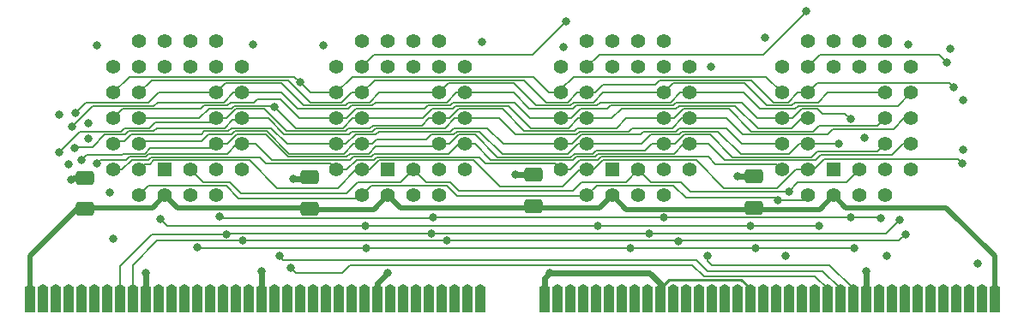
<source format=gbl>
G04 #@! TF.GenerationSoftware,KiCad,Pcbnew,7.0.9*
G04 #@! TF.CreationDate,2024-01-22T22:42:44+01:00*
G04 #@! TF.ProjectId,simm72_rom_2M55,73696d6d-3732-45f7-926f-6d5f324d3535,A*
G04 #@! TF.SameCoordinates,Original*
G04 #@! TF.FileFunction,Copper,L4,Bot*
G04 #@! TF.FilePolarity,Positive*
%FSLAX46Y46*%
G04 Gerber Fmt 4.6, Leading zero omitted, Abs format (unit mm)*
G04 Created by KiCad (PCBNEW 7.0.9) date 2024-01-22 22:42:44*
%MOMM*%
%LPD*%
G01*
G04 APERTURE LIST*
G04 Aperture macros list*
%AMRoundRect*
0 Rectangle with rounded corners*
0 $1 Rounding radius*
0 $2 $3 $4 $5 $6 $7 $8 $9 X,Y pos of 4 corners*
0 Add a 4 corners polygon primitive as box body*
4,1,4,$2,$3,$4,$5,$6,$7,$8,$9,$2,$3,0*
0 Add four circle primitives for the rounded corners*
1,1,$1+$1,$2,$3*
1,1,$1+$1,$4,$5*
1,1,$1+$1,$6,$7*
1,1,$1+$1,$8,$9*
0 Add four rect primitives between the rounded corners*
20,1,$1+$1,$2,$3,$4,$5,0*
20,1,$1+$1,$4,$5,$6,$7,0*
20,1,$1+$1,$6,$7,$8,$9,0*
20,1,$1+$1,$8,$9,$2,$3,0*%
G04 Aperture macros list end*
G04 #@! TA.AperFunction,SMDPad,CuDef*
%ADD10R,1.040000X2.540000*%
G04 #@! TD*
G04 #@! TA.AperFunction,ComponentPad*
%ADD11R,1.422400X1.422400*%
G04 #@! TD*
G04 #@! TA.AperFunction,ComponentPad*
%ADD12C,1.422400*%
G04 #@! TD*
G04 #@! TA.AperFunction,SMDPad,CuDef*
%ADD13RoundRect,0.250000X0.650000X-0.412500X0.650000X0.412500X-0.650000X0.412500X-0.650000X-0.412500X0*%
G04 #@! TD*
G04 #@! TA.AperFunction,ViaPad*
%ADD14C,0.800000*%
G04 #@! TD*
G04 #@! TA.AperFunction,Conductor*
%ADD15C,0.609600*%
G04 #@! TD*
G04 #@! TA.AperFunction,Conductor*
%ADD16C,0.508000*%
G04 #@! TD*
G04 #@! TA.AperFunction,Conductor*
%ADD17C,0.254000*%
G04 #@! TD*
G04 #@! TA.AperFunction,Conductor*
%ADD18C,0.152400*%
G04 #@! TD*
G04 #@! TA.AperFunction,Conductor*
%ADD19C,0.203200*%
G04 #@! TD*
G04 APERTURE END LIST*
D10*
X57375000Y-113921000D03*
X58645000Y-113921000D03*
X59915000Y-113921000D03*
X61185000Y-113921000D03*
X62455000Y-113921000D03*
X63725000Y-113921000D03*
X64995000Y-113921000D03*
X66265000Y-113921000D03*
X67535000Y-113921000D03*
X68805000Y-113921000D03*
X70075000Y-113921000D03*
X71345000Y-113921000D03*
X72615000Y-113921000D03*
X73885000Y-113921000D03*
X75155000Y-113921000D03*
X76425000Y-113921000D03*
X77695000Y-113921000D03*
X78965000Y-113921000D03*
X80235000Y-113921000D03*
X81505000Y-113921000D03*
X82775000Y-113921000D03*
X84045000Y-113921000D03*
X85315000Y-113921000D03*
X86585000Y-113921000D03*
X87855000Y-113921000D03*
X89125000Y-113921000D03*
X90395000Y-113921000D03*
X91665000Y-113921000D03*
X92935000Y-113921000D03*
X94205000Y-113921000D03*
X95475000Y-113921000D03*
X96745000Y-113921000D03*
X98015000Y-113921000D03*
X99285000Y-113921000D03*
X100555000Y-113921000D03*
X101825000Y-113921000D03*
X108175000Y-113921000D03*
X109445000Y-113921000D03*
X110715000Y-113921000D03*
X111985000Y-113921000D03*
X113255000Y-113921000D03*
X114525000Y-113921000D03*
X115795000Y-113921000D03*
X117065000Y-113921000D03*
X118335000Y-113921000D03*
X119605000Y-113921000D03*
X120875000Y-113921000D03*
X122145000Y-113921000D03*
X123415000Y-113921000D03*
X124685000Y-113921000D03*
X125955000Y-113921000D03*
X127225000Y-113921000D03*
X128495000Y-113921000D03*
X129765000Y-113921000D03*
X131035000Y-113921000D03*
X132305000Y-113921000D03*
X133575000Y-113921000D03*
X134845000Y-113921000D03*
X136115000Y-113921000D03*
X137385000Y-113921000D03*
X138655000Y-113921000D03*
X139925000Y-113921000D03*
X141195000Y-113921000D03*
X142465000Y-113921000D03*
X143735000Y-113921000D03*
X145005000Y-113921000D03*
X146275000Y-113921000D03*
X147545000Y-113921000D03*
X148815000Y-113921000D03*
X150085000Y-113921000D03*
X151355000Y-113921000D03*
X152625000Y-113921000D03*
D11*
X92730000Y-101080000D03*
D12*
X95270000Y-103620000D03*
X95270000Y-101080000D03*
X97810000Y-103620000D03*
X100350000Y-101080000D03*
X97810000Y-101080000D03*
X100350000Y-98540000D03*
X97810000Y-98540000D03*
X100350000Y-96000000D03*
X97810000Y-96000000D03*
X100350000Y-93460000D03*
X97810000Y-93460000D03*
X100350000Y-90920000D03*
X97810000Y-88380000D03*
X97810000Y-90920000D03*
X95270000Y-88380000D03*
X95270000Y-90920000D03*
X92730000Y-88380000D03*
X92730000Y-90920000D03*
X90190000Y-88380000D03*
X87650000Y-90920000D03*
X90190000Y-90920000D03*
X87650000Y-93460000D03*
X90190000Y-93460000D03*
X87650000Y-96000000D03*
X90190000Y-96000000D03*
X87650000Y-98540000D03*
X90190000Y-98540000D03*
X87650000Y-101080000D03*
X90190000Y-103620000D03*
X90190000Y-101080000D03*
X92730000Y-103620000D03*
D11*
X136730000Y-101080000D03*
D12*
X139270000Y-103620000D03*
X139270000Y-101080000D03*
X141810000Y-103620000D03*
X144350000Y-101080000D03*
X141810000Y-101080000D03*
X144350000Y-98540000D03*
X141810000Y-98540000D03*
X144350000Y-96000000D03*
X141810000Y-96000000D03*
X144350000Y-93460000D03*
X141810000Y-93460000D03*
X144350000Y-90920000D03*
X141810000Y-88380000D03*
X141810000Y-90920000D03*
X139270000Y-88380000D03*
X139270000Y-90920000D03*
X136730000Y-88380000D03*
X136730000Y-90920000D03*
X134190000Y-88380000D03*
X131650000Y-90920000D03*
X134190000Y-90920000D03*
X131650000Y-93460000D03*
X134190000Y-93460000D03*
X131650000Y-96000000D03*
X134190000Y-96000000D03*
X131650000Y-98540000D03*
X134190000Y-98540000D03*
X131650000Y-101080000D03*
X134190000Y-103620000D03*
X134190000Y-101080000D03*
X136730000Y-103620000D03*
D11*
X70730000Y-101080000D03*
D12*
X73270000Y-103620000D03*
X73270000Y-101080000D03*
X75810000Y-103620000D03*
X78350000Y-101080000D03*
X75810000Y-101080000D03*
X78350000Y-98540000D03*
X75810000Y-98540000D03*
X78350000Y-96000000D03*
X75810000Y-96000000D03*
X78350000Y-93460000D03*
X75810000Y-93460000D03*
X78350000Y-90920000D03*
X75810000Y-88380000D03*
X75810000Y-90920000D03*
X73270000Y-88380000D03*
X73270000Y-90920000D03*
X70730000Y-88380000D03*
X70730000Y-90920000D03*
X68190000Y-88380000D03*
X65650000Y-90920000D03*
X68190000Y-90920000D03*
X65650000Y-93460000D03*
X68190000Y-93460000D03*
X65650000Y-96000000D03*
X68190000Y-96000000D03*
X65650000Y-98540000D03*
X68190000Y-98540000D03*
X65650000Y-101080000D03*
X68190000Y-103620000D03*
X68190000Y-101080000D03*
X70730000Y-103620000D03*
D11*
X114920000Y-101080000D03*
D12*
X117460000Y-103620000D03*
X117460000Y-101080000D03*
X120000000Y-103620000D03*
X122540000Y-101080000D03*
X120000000Y-101080000D03*
X122540000Y-98540000D03*
X120000000Y-98540000D03*
X122540000Y-96000000D03*
X120000000Y-96000000D03*
X122540000Y-93460000D03*
X120000000Y-93460000D03*
X122540000Y-90920000D03*
X120000000Y-88380000D03*
X120000000Y-90920000D03*
X117460000Y-88380000D03*
X117460000Y-90920000D03*
X114920000Y-88380000D03*
X114920000Y-90920000D03*
X112380000Y-88380000D03*
X109840000Y-90920000D03*
X112380000Y-90920000D03*
X109840000Y-93460000D03*
X112380000Y-93460000D03*
X109840000Y-96000000D03*
X112380000Y-96000000D03*
X109840000Y-98540000D03*
X112380000Y-98540000D03*
X109840000Y-101080000D03*
X112380000Y-103620000D03*
X112380000Y-101080000D03*
X114920000Y-103620000D03*
D13*
X107133600Y-104713900D03*
X107133600Y-101588900D03*
X84984800Y-104942500D03*
X84984800Y-101817500D03*
X128876000Y-104878600D03*
X128876000Y-101753600D03*
X62836000Y-104981000D03*
X62836000Y-101856000D03*
D14*
X63200000Y-98000000D03*
X61200000Y-100500000D03*
X149500000Y-99100000D03*
X148300000Y-89100000D03*
X149500000Y-94200000D03*
X65300000Y-103300000D03*
X79400000Y-88700000D03*
X110100000Y-88900000D03*
X102000000Y-88400000D03*
X144100000Y-88700000D03*
X86400000Y-88800000D03*
X64000000Y-88800000D03*
X151000000Y-110400000D03*
X132000000Y-109600000D03*
X142000000Y-109600000D03*
X130000000Y-88000000D03*
X124600000Y-90900000D03*
X139800000Y-97900000D03*
X63200000Y-96500000D03*
X60300000Y-95600000D03*
X65600000Y-107900000D03*
X146275000Y-112854200D03*
X150085000Y-112854200D03*
X151355000Y-112854200D03*
X57375000Y-112854200D03*
X152625000Y-112854200D03*
X61474500Y-102074500D03*
X127276600Y-101753600D03*
X128495000Y-112854200D03*
X68805000Y-112854200D03*
X83396900Y-101969900D03*
X91665000Y-112854200D03*
X80235000Y-111127000D03*
X108175000Y-112854200D03*
X108683000Y-111254000D03*
X139925000Y-112854200D03*
X105337100Y-101588900D03*
X119605000Y-112854200D03*
X80235000Y-112854200D03*
X68805000Y-111254000D03*
X92681000Y-111254000D03*
X139925000Y-111127000D03*
X61883500Y-95442500D03*
X58645000Y-112854200D03*
X61566000Y-96776000D03*
X59915000Y-112854200D03*
X61185000Y-112854200D03*
X60296000Y-99316000D03*
X61820000Y-98935000D03*
X62455000Y-112854200D03*
X63725000Y-112854200D03*
X62518512Y-100141512D03*
X63979000Y-100459000D03*
X64995000Y-112854200D03*
X97075200Y-107393200D03*
X118512800Y-107393200D03*
X76806000Y-107476300D03*
X66265000Y-112854200D03*
X143227000Y-106047000D03*
X67535000Y-112854200D03*
X143862000Y-107444000D03*
X98573800Y-108079000D03*
X121395334Y-108142134D03*
X78380800Y-108104400D03*
X138655000Y-112854200D03*
X124304000Y-109603000D03*
X137385000Y-112854200D03*
X81549450Y-94826550D03*
X82013000Y-109603000D03*
X84070400Y-92432600D03*
X83156000Y-110746000D03*
X136115000Y-112854200D03*
X70075000Y-112854200D03*
X71345000Y-112854200D03*
X72615000Y-112854200D03*
X73885000Y-112854200D03*
X75155000Y-112854200D03*
X76425000Y-112854200D03*
X77695000Y-112854200D03*
X78965000Y-112854200D03*
X81505000Y-112854200D03*
X82775000Y-112854200D03*
X84045000Y-112854200D03*
X85315000Y-112854200D03*
X86585000Y-112854200D03*
X87855000Y-112854200D03*
X89125000Y-112854200D03*
X90395000Y-112854200D03*
X92935000Y-112854200D03*
X94205000Y-112854200D03*
X95475000Y-112854200D03*
X96745000Y-112854200D03*
X98015000Y-112854200D03*
X99285000Y-112854200D03*
X100555000Y-112854200D03*
X101825000Y-112854200D03*
X109445000Y-112854200D03*
X110715000Y-112854200D03*
X111985000Y-112854200D03*
X113255000Y-112854200D03*
X114525000Y-112854200D03*
X115795000Y-112854200D03*
X117065000Y-112854200D03*
X118335000Y-112854200D03*
X120875000Y-112854200D03*
X122145000Y-112854200D03*
X123415000Y-112854200D03*
X128495000Y-106605800D03*
X90547400Y-106605800D03*
X113458200Y-106605800D03*
X124685000Y-112854200D03*
X70303600Y-105996200D03*
X135302200Y-106605800D03*
X125955000Y-112854200D03*
X131263600Y-104116600D03*
X73885000Y-108732500D03*
X129002634Y-108840634D03*
X116658600Y-108841000D03*
X90598200Y-108841000D03*
X138782000Y-108841000D03*
X127225000Y-112854200D03*
X132305000Y-103227600D03*
X129765000Y-112854200D03*
X131035000Y-112854200D03*
X132305000Y-112854200D03*
X137232600Y-98528600D03*
X141372800Y-105843800D03*
X97236850Y-105802250D03*
X138477200Y-105793000D03*
X76145600Y-105716800D03*
X120011400Y-105793000D03*
X133575000Y-112854200D03*
X134845000Y-112854200D03*
X138401000Y-96083100D03*
X141195000Y-112854200D03*
X110359400Y-86387400D03*
X142465000Y-112854200D03*
X134006800Y-85422200D03*
X143735000Y-112854200D03*
X145005000Y-112854200D03*
X147900600Y-90426000D03*
X147545000Y-112854200D03*
X148604900Y-92915200D03*
X149424600Y-100484400D03*
X148815000Y-112854200D03*
D15*
X108683000Y-111254000D02*
X118554000Y-111254000D01*
X118554000Y-111254000D02*
X119605000Y-112305000D01*
X119605000Y-112305000D02*
X119605000Y-112854200D01*
X105337100Y-101588900D02*
X107133600Y-101588900D01*
X61693000Y-101856000D02*
X62836000Y-101856000D01*
X61474500Y-102074500D02*
X61693000Y-101856000D01*
D16*
X84984800Y-104993300D02*
X91356700Y-104993300D01*
X116286600Y-104986600D02*
X114920000Y-103620000D01*
X93988600Y-104878600D02*
X106968900Y-104878600D01*
X135363400Y-104986600D02*
X116286600Y-104986600D01*
X136730000Y-103620000D02*
X137937800Y-104827800D01*
X113661400Y-104878600D02*
X107298300Y-104878600D01*
X136730000Y-103620000D02*
X135363400Y-104986600D01*
X147849800Y-104827800D02*
X152625000Y-109603000D01*
X91356700Y-104993300D02*
X92730000Y-103620000D01*
X57375000Y-109603000D02*
X57375000Y-112854200D01*
X114920000Y-103620000D02*
X113661400Y-104878600D01*
X69522200Y-104827800D02*
X62150200Y-104827800D01*
X152625000Y-109603000D02*
X152625000Y-112854200D01*
X70730000Y-103620000D02*
X69522200Y-104827800D01*
X92730000Y-103620000D02*
X93988600Y-104878600D01*
X71988600Y-104878600D02*
X84870100Y-104878600D01*
X107298300Y-104878600D02*
X107133600Y-104713900D01*
X84870100Y-104878600D02*
X84984800Y-104993300D01*
X106968900Y-104878600D02*
X107133600Y-104713900D01*
X137937800Y-104827800D02*
X147849800Y-104827800D01*
X70730000Y-103620000D02*
X71988600Y-104878600D01*
X62150200Y-104827800D02*
X57375000Y-109603000D01*
D15*
X91665000Y-112854200D02*
X91665000Y-112270000D01*
X80235000Y-112854200D02*
X80235000Y-111127000D01*
X108175000Y-112854200D02*
X108175000Y-111762000D01*
X91665000Y-112270000D02*
X92681000Y-111254000D01*
D17*
X120468600Y-111990600D02*
X119605000Y-112854200D01*
D15*
X128876000Y-101753600D02*
X127276600Y-101753600D01*
D17*
X128495000Y-112854200D02*
X127631400Y-111990600D01*
D15*
X83396900Y-101969900D02*
X84984800Y-101969900D01*
D17*
X127631400Y-111990600D02*
X120468600Y-111990600D01*
D15*
X139925000Y-112854200D02*
X139925000Y-111127000D01*
X68805000Y-112854200D02*
X68805000Y-111254000D01*
X108175000Y-111762000D02*
X108683000Y-111254000D01*
D18*
X88845600Y-94413800D02*
X88540800Y-94718600D01*
X113065800Y-94399800D02*
X111059200Y-94399800D01*
X107399000Y-94704600D02*
X105203200Y-92508800D01*
X84426000Y-94718600D02*
X82227600Y-92520200D01*
X141810000Y-93460000D02*
X136154400Y-93460000D01*
X69123800Y-94450600D02*
X70114400Y-93460000D01*
X136154400Y-93460000D02*
X135214600Y-94399800D01*
X120939800Y-92520200D02*
X120000000Y-93460000D01*
X97810000Y-93460000D02*
X91907600Y-93460000D01*
X135214600Y-94399800D02*
X132930096Y-94399800D01*
X114005600Y-93460000D02*
X113065800Y-94399800D01*
X76749800Y-92520200D02*
X75810000Y-93460000D01*
X62875400Y-94450600D02*
X69123800Y-94450600D01*
X90953800Y-94413800D02*
X88845600Y-94413800D01*
X130120600Y-94718600D02*
X127922200Y-92520200D01*
X132930096Y-94399800D02*
X132611296Y-94718600D01*
X132611296Y-94718600D02*
X130120600Y-94718600D01*
X91907600Y-93460000D02*
X90953800Y-94413800D01*
X70114400Y-93460000D02*
X75810000Y-93460000D01*
X82227600Y-92520200D02*
X76749800Y-92520200D01*
X61883500Y-95442500D02*
X62875400Y-94450600D01*
X110754400Y-94704600D02*
X107399000Y-94704600D01*
X111059200Y-94399800D02*
X110754400Y-94704600D01*
X120000000Y-93460000D02*
X114005600Y-93460000D01*
X88540800Y-94718600D02*
X84426000Y-94718600D01*
X98761200Y-92508800D02*
X97810000Y-93460000D01*
X105203200Y-92508800D02*
X98761200Y-92508800D01*
X127922200Y-92520200D02*
X120939800Y-92520200D01*
X83816400Y-95023400D02*
X88845600Y-95023400D01*
X127871400Y-93460000D02*
X129471600Y-95060200D01*
X111313200Y-94704600D02*
X113370600Y-94704600D01*
X133258800Y-94755400D02*
X143054600Y-94755400D01*
X132954000Y-95060200D02*
X133258800Y-94755400D01*
X143054600Y-94755400D02*
X144350000Y-93460000D01*
X77480400Y-93460000D02*
X78350000Y-93460000D01*
X105163800Y-93460000D02*
X106713200Y-95009400D01*
X121600200Y-93460000D02*
X122540000Y-93460000D01*
X76540600Y-94399800D02*
X77480400Y-93460000D01*
X69987400Y-94399800D02*
X76540600Y-94399800D01*
X99502200Y-93460000D02*
X100350000Y-93460000D01*
X113675400Y-94399800D02*
X120660400Y-94399800D01*
X100350000Y-93460000D02*
X105163800Y-93460000D01*
X89150400Y-94718600D02*
X91183148Y-94718600D01*
X122540000Y-93460000D02*
X127871400Y-93460000D01*
X98562400Y-94399800D02*
X99502200Y-93460000D01*
X111008400Y-95009400D02*
X111313200Y-94704600D01*
X120660400Y-94399800D02*
X121600200Y-93460000D01*
X113370600Y-94704600D02*
X113675400Y-94399800D01*
X61566000Y-96776000D02*
X63586600Y-94755400D01*
X82253000Y-93460000D02*
X83816400Y-95023400D01*
X78350000Y-93460000D02*
X82253000Y-93460000D01*
X106713200Y-95009400D02*
X111008400Y-95009400D01*
X63586600Y-94755400D02*
X69631800Y-94755400D01*
X69631800Y-94755400D02*
X69987400Y-94399800D01*
X88845600Y-95023400D02*
X89150400Y-94718600D01*
X91501948Y-94399800D02*
X98562400Y-94399800D01*
X129471600Y-95060200D02*
X132954000Y-95060200D01*
X91183148Y-94718600D02*
X91501948Y-94399800D01*
X121005788Y-96000000D02*
X120000000Y-96000000D01*
X99781600Y-95060200D02*
X98841800Y-96000000D01*
X80551200Y-95060200D02*
X82735600Y-97244600D01*
X128608000Y-97295400D02*
X126372800Y-95060200D01*
X77755588Y-95060200D02*
X80551200Y-95060200D01*
X135316200Y-96711200D02*
X134732000Y-97295400D01*
X115312400Y-96979200D02*
X111400800Y-96979200D01*
X111135400Y-97244600D02*
X106205200Y-97244600D01*
X96804212Y-96000000D02*
X97810000Y-96000000D01*
X88845600Y-96979200D02*
X90979200Y-96979200D01*
X121945588Y-95060200D02*
X121005788Y-96000000D01*
X111400800Y-96979200D02*
X111135400Y-97244600D01*
X91272600Y-96685800D02*
X96118412Y-96685800D01*
X97810000Y-95990400D02*
X97810000Y-96000000D01*
X88580200Y-97244600D02*
X88845600Y-96979200D01*
X62316600Y-97295400D02*
X66406000Y-97295400D01*
X126372800Y-95060200D02*
X121945588Y-95060200D01*
X69750522Y-96389278D02*
X75420722Y-96389278D01*
X60296000Y-99316000D02*
X62316600Y-97295400D01*
X76815788Y-96000000D02*
X77755588Y-95060200D01*
X104020800Y-95060200D02*
X99781600Y-95060200D01*
X75420722Y-96389278D02*
X75810000Y-96000000D01*
X141098800Y-96711200D02*
X135316200Y-96711200D01*
X66761600Y-96939800D02*
X69200000Y-96939800D01*
X116291600Y-96000000D02*
X115312400Y-96979200D01*
X75810000Y-96000000D02*
X76815788Y-96000000D01*
X141810000Y-96000000D02*
X141098800Y-96711200D01*
X134732000Y-97295400D02*
X128608000Y-97295400D01*
X98841800Y-96000000D02*
X97810000Y-96000000D01*
X106205200Y-97244600D02*
X104020800Y-95060200D01*
X90979200Y-96979200D02*
X91272600Y-96685800D01*
X82735600Y-97244600D02*
X88580200Y-97244600D01*
X120000000Y-96000000D02*
X116291600Y-96000000D01*
X96118412Y-96685800D02*
X96804212Y-96000000D01*
X66406000Y-97295400D02*
X66761600Y-96939800D01*
X69200000Y-96939800D02*
X69750522Y-96389278D01*
X89164400Y-97295400D02*
X91221800Y-97295400D01*
X98353612Y-96990600D02*
X99344212Y-96000000D01*
X91221800Y-97295400D02*
X91526600Y-96990600D01*
X116480800Y-97284000D02*
X116811000Y-96953800D01*
X143723600Y-96000000D02*
X144350000Y-96000000D01*
X100350000Y-96000000D02*
X103741400Y-96000000D01*
X82456200Y-97549400D02*
X88910400Y-97549400D01*
X80906800Y-96000000D02*
X82456200Y-97549400D01*
X116811000Y-96953800D02*
X120798800Y-96953800D01*
X111680948Y-97284000D02*
X116480800Y-97284000D01*
X120798800Y-96953800D02*
X121752600Y-96000000D01*
X64805800Y-97600200D02*
X66812400Y-97600200D01*
X91526600Y-96990600D02*
X98353612Y-96990600D01*
X103741400Y-96000000D02*
X105330200Y-97588800D01*
X61820000Y-98935000D02*
X61947000Y-98808000D01*
X66812400Y-97600200D02*
X67168000Y-97244600D01*
X69631800Y-97244600D02*
X69936600Y-96939800D01*
X136673800Y-97055400D02*
X142668200Y-97055400D01*
X99344212Y-96000000D02*
X100350000Y-96000000D01*
X63598000Y-98808000D02*
X64805800Y-97600200D01*
X69936600Y-96939800D02*
X76616800Y-96939800D01*
X78209000Y-96141000D02*
X78350000Y-96000000D01*
X126195000Y-96000000D02*
X127795200Y-97600200D01*
X78350000Y-96000000D02*
X80906800Y-96000000D01*
X121752600Y-96000000D02*
X122540000Y-96000000D01*
X61947000Y-98808000D02*
X63598000Y-98808000D01*
X127795200Y-97600200D02*
X136129000Y-97600200D01*
X111376148Y-97588800D02*
X111680948Y-97284000D01*
X122540000Y-96000000D02*
X126195000Y-96000000D01*
X88910400Y-97549400D02*
X89164400Y-97295400D01*
X105330200Y-97588800D02*
X111376148Y-97588800D01*
X136129000Y-97600200D02*
X136673800Y-97055400D01*
X67168000Y-97244600D02*
X69631800Y-97244600D01*
X76616800Y-96939800D02*
X77415600Y-96141000D01*
X142668200Y-97055400D02*
X143723600Y-96000000D01*
X77415600Y-96141000D02*
X78209000Y-96141000D01*
X97567400Y-98782600D02*
X97810000Y-98540000D01*
X68717400Y-99479800D02*
X69236800Y-98960400D01*
X75810000Y-98540000D02*
X76845400Y-98540000D01*
X76845400Y-98540000D02*
X77836000Y-97549400D01*
X82888748Y-99784600D02*
X88656400Y-99784600D01*
X88961200Y-99479800D02*
X90840800Y-99479800D01*
X66620600Y-99479800D02*
X68717400Y-99479800D01*
X122006600Y-97600200D02*
X121066800Y-98540000D01*
X80653548Y-97549400D02*
X82888748Y-99784600D01*
X112989600Y-99479800D02*
X111135400Y-99479800D01*
X63013824Y-99646200D02*
X66454200Y-99646200D01*
X103552948Y-99824000D02*
X101329148Y-97600200D01*
X135134800Y-99254800D02*
X134554200Y-99835400D01*
X90840800Y-99479800D02*
X91538000Y-98782600D01*
X111135400Y-99479800D02*
X110791200Y-99824000D01*
X121066800Y-98540000D02*
X120000000Y-98540000D01*
X118755400Y-98540000D02*
X118120400Y-99175000D01*
X91538000Y-98782600D02*
X97567400Y-98782600D01*
X69236800Y-98960400D02*
X75389600Y-98960400D01*
X101329148Y-97600200D02*
X99755588Y-97600200D01*
X66454200Y-99646200D02*
X66620600Y-99479800D01*
X120000000Y-98540000D02*
X118755400Y-98540000D01*
X141095200Y-99254800D02*
X135134800Y-99254800D01*
X99755588Y-97600200D02*
X98815788Y-98540000D01*
X98815788Y-98540000D02*
X97810000Y-98540000D01*
X113294400Y-99175000D02*
X112989600Y-99479800D01*
X118120400Y-99175000D02*
X113294400Y-99175000D01*
X75389600Y-98960400D02*
X75810000Y-98540000D01*
X62518512Y-100141512D02*
X63013824Y-99646200D01*
X77836000Y-97549400D02*
X80653548Y-97549400D01*
X126753800Y-99835400D02*
X124518600Y-97600200D01*
X141810000Y-98540000D02*
X141095200Y-99254800D01*
X124518600Y-97600200D02*
X122006600Y-97600200D01*
X134554200Y-99835400D02*
X126753800Y-99835400D01*
X88656400Y-99784600D02*
X88961200Y-99479800D01*
X110791200Y-99824000D02*
X103552948Y-99824000D01*
X111019800Y-100128800D02*
X111364000Y-99784600D01*
X134960600Y-100140200D02*
X135454600Y-99646200D01*
X91360200Y-99519200D02*
X98726200Y-99519200D01*
X76845400Y-99530600D02*
X77836000Y-98540000D01*
X77836000Y-98540000D02*
X78350000Y-98540000D01*
X66888600Y-100089400D02*
X67193400Y-99784600D01*
X68869800Y-99784600D02*
X69123800Y-99530600D01*
X135454600Y-99646200D02*
X142465000Y-99646200D01*
X79713000Y-98540000D02*
X81262400Y-100089400D01*
X64348600Y-100089400D02*
X66888600Y-100089400D01*
X89291400Y-99784600D02*
X91094800Y-99784600D01*
X91094800Y-99784600D02*
X91360200Y-99519200D01*
X142465000Y-99646200D02*
X143571200Y-98540000D01*
X88986600Y-100089400D02*
X89291400Y-99784600D01*
X67193400Y-99784600D02*
X68869800Y-99784600D01*
X69123800Y-99530600D02*
X76845400Y-99530600D01*
X111364000Y-99784600D02*
X113192800Y-99784600D01*
X120990600Y-99479800D02*
X121930400Y-98540000D01*
X81262400Y-100089400D02*
X88986600Y-100089400D01*
X124366200Y-98540000D02*
X125966400Y-100140200D01*
X78350000Y-98540000D02*
X79713000Y-98540000D01*
X125966400Y-100140200D02*
X134960600Y-100140200D01*
X98726200Y-99519200D02*
X99705400Y-98540000D01*
X143571200Y-98540000D02*
X144350000Y-98540000D01*
X121930400Y-98540000D02*
X122540000Y-98540000D01*
X102917200Y-100128800D02*
X111019800Y-100128800D01*
X99705400Y-98540000D02*
X100350000Y-98540000D01*
X100350000Y-98540000D02*
X101328400Y-98540000D01*
X101328400Y-98540000D02*
X102917200Y-100128800D01*
X113192800Y-99784600D02*
X113497600Y-99479800D01*
X63979000Y-100459000D02*
X64348600Y-100089400D01*
X113497600Y-99479800D02*
X120990600Y-99479800D01*
X122540000Y-98540000D02*
X124366200Y-98540000D01*
X76806000Y-107476300D02*
X76889100Y-107393200D01*
X66265000Y-110619000D02*
X66265000Y-112854200D01*
X76889100Y-107393200D02*
X97075200Y-107393200D01*
X97075200Y-107393200D02*
X118512800Y-107393200D01*
X143227000Y-106047000D02*
X141880800Y-107393200D01*
X76799100Y-107469400D02*
X69414600Y-107469400D01*
X69414600Y-107469400D02*
X66265000Y-110619000D01*
X76806000Y-107476300D02*
X76799100Y-107469400D01*
X141880800Y-107393200D02*
X118512800Y-107393200D01*
X78380800Y-108104400D02*
X98548400Y-108104400D01*
X121332200Y-108079000D02*
X98573800Y-108079000D01*
X98548400Y-108104400D02*
X98573800Y-108079000D01*
X143862000Y-107444000D02*
X143201600Y-108104400D01*
X121395334Y-108142134D02*
X121332200Y-108079000D01*
X69922600Y-108104400D02*
X67535000Y-110492000D01*
X67535000Y-110492000D02*
X67535000Y-112854200D01*
X143201600Y-108104400D02*
X121433068Y-108104400D01*
X121433068Y-108104400D02*
X121395334Y-108142134D01*
X78380800Y-108104400D02*
X69922600Y-108104400D01*
X124304000Y-110111000D02*
X124304000Y-109603000D01*
X66736200Y-98235200D02*
X67422000Y-97549400D01*
X127693600Y-98540000D02*
X131650000Y-98540000D01*
X124685000Y-110492000D02*
X124304000Y-110111000D01*
X99273600Y-96939800D02*
X98918000Y-97295400D01*
X91526600Y-97600200D02*
X89545400Y-97600200D01*
X88605600Y-98540000D02*
X87650000Y-98540000D01*
X126144200Y-96990600D02*
X127693600Y-98540000D01*
X89545400Y-97600200D02*
X88605600Y-98540000D01*
X98918000Y-97295400D02*
X91831400Y-97295400D01*
X117979400Y-97295400D02*
X121193800Y-97295400D01*
X136292800Y-110492000D02*
X124685000Y-110492000D01*
X121193800Y-97295400D02*
X121498600Y-96990600D01*
X110881400Y-98540000D02*
X111821200Y-97600200D01*
X102547600Y-96939800D02*
X99273600Y-96939800D01*
X138655000Y-112854200D02*
X136292800Y-110492000D01*
X91831400Y-97295400D02*
X91526600Y-97600200D01*
X81239600Y-96939800D02*
X82839800Y-98540000D01*
X109840000Y-98540000D02*
X110881400Y-98540000D01*
X74305400Y-97549400D02*
X74610200Y-97244600D01*
X109840000Y-98540000D02*
X104147800Y-98540000D01*
X82839800Y-98540000D02*
X87650000Y-98540000D01*
X76972400Y-97244600D02*
X77277200Y-96939800D01*
X104147800Y-98540000D02*
X102547600Y-96939800D01*
X65650000Y-98540000D02*
X65954800Y-98235200D01*
X111821200Y-97600200D02*
X117674600Y-97600200D01*
X117674600Y-97600200D02*
X117979400Y-97295400D01*
X74610200Y-97244600D02*
X76972400Y-97244600D01*
X65954800Y-98235200D02*
X66736200Y-98235200D01*
X67422000Y-97549400D02*
X74305400Y-97549400D01*
X77277200Y-96939800D02*
X81239600Y-96939800D01*
X121498600Y-96990600D02*
X126144200Y-96990600D01*
X82013000Y-109603000D02*
X82394000Y-109984000D01*
X133589000Y-96000000D02*
X132598400Y-96990600D01*
X81478300Y-94755400D02*
X77531200Y-94755400D01*
X77277200Y-95009400D02*
X75118200Y-95009400D01*
X97140000Y-95009400D02*
X99172000Y-95009400D01*
X81549450Y-94826550D02*
X81478300Y-94755400D01*
X83662700Y-96939800D02*
X88300800Y-96939800D01*
X129268400Y-96990600D02*
X127033200Y-94755400D01*
X88300800Y-96939800D02*
X89240600Y-96000000D01*
X74127600Y-96000000D02*
X68190000Y-96000000D01*
X99426000Y-94755400D02*
X104630400Y-94755400D01*
X96149400Y-96000000D02*
X97140000Y-95009400D01*
X106814800Y-96939800D02*
X110553444Y-96939800D01*
X114843800Y-96000000D02*
X112380000Y-96000000D01*
X82394000Y-109984000D02*
X123161000Y-109984000D01*
X121473200Y-94755400D02*
X121179800Y-95048800D01*
X123161000Y-109984000D02*
X124304000Y-111127000D01*
X111493244Y-96000000D02*
X112380000Y-96000000D01*
X110553444Y-96939800D02*
X111493244Y-96000000D01*
X81549450Y-94826550D02*
X83662700Y-96939800D01*
X135657800Y-111127000D02*
X137385000Y-112854200D01*
X75118200Y-95009400D02*
X74127600Y-96000000D01*
X90190000Y-96000000D02*
X96149400Y-96000000D01*
X115795000Y-95048800D02*
X114843800Y-96000000D01*
X77531200Y-94755400D02*
X77277200Y-95009400D01*
X99172000Y-95009400D02*
X99426000Y-94755400D01*
X132598400Y-96990600D02*
X129268400Y-96990600D01*
X121179800Y-95048800D02*
X115795000Y-95048800D01*
X124304000Y-111127000D02*
X135657800Y-111127000D01*
X127033200Y-94755400D02*
X121473200Y-94755400D01*
X134190000Y-96000000D02*
X133589000Y-96000000D01*
X89240600Y-96000000D02*
X90190000Y-96000000D01*
X104630400Y-94755400D02*
X106814800Y-96939800D01*
X109840000Y-93104400D02*
X109840000Y-93460000D01*
X122780000Y-110492000D02*
X123923000Y-111635000D01*
X88998000Y-110492000D02*
X122780000Y-110492000D01*
X87650000Y-93460000D02*
X89250200Y-91859800D01*
X134895800Y-111635000D02*
X136115000Y-112854200D01*
X89250200Y-91859800D02*
X107068800Y-91859800D01*
X88236000Y-111254000D02*
X88998000Y-110492000D01*
X108669000Y-93460000D02*
X109840000Y-93460000D01*
X85097800Y-93460000D02*
X87650000Y-93460000D01*
X123923000Y-111635000D02*
X134895800Y-111635000D01*
X84070400Y-92432600D02*
X85097800Y-93460000D01*
X111084600Y-91859800D02*
X109840000Y-93104400D01*
X83664000Y-111254000D02*
X88236000Y-111254000D01*
X65650000Y-93460000D02*
X67250200Y-91859800D01*
X83156000Y-110746000D02*
X83664000Y-111254000D01*
X83497600Y-91859800D02*
X84070400Y-92432600D01*
X67250200Y-91859800D02*
X83497600Y-91859800D01*
X130049800Y-91859800D02*
X111084600Y-91859800D01*
X131650000Y-93460000D02*
X130049800Y-91859800D01*
X107068800Y-91859800D02*
X108669000Y-93460000D01*
X113458200Y-106605800D02*
X135302200Y-106605800D01*
X90547400Y-106605800D02*
X113458200Y-106605800D01*
X70938600Y-106631200D02*
X70303600Y-105996200D01*
X90522000Y-106631200D02*
X70938600Y-106631200D01*
X90547400Y-106605800D02*
X90522000Y-106631200D01*
X122145000Y-103837200D02*
X120951200Y-102643400D01*
X120951200Y-102643400D02*
X113356600Y-102643400D01*
X112340600Y-103659400D02*
X112380000Y-103620000D01*
X98585200Y-102680200D02*
X99564400Y-103659400D01*
X99564400Y-103659400D02*
X112340600Y-103659400D01*
X77999800Y-103888000D02*
X89922000Y-103888000D01*
X90190000Y-103620000D02*
X91129800Y-102680200D01*
X113356600Y-102643400D02*
X112380000Y-103620000D01*
X69129800Y-102680200D02*
X76792000Y-102680200D01*
X76792000Y-102680200D02*
X77999800Y-103888000D01*
X130984200Y-103837200D02*
X122145000Y-103837200D01*
X131263600Y-104116600D02*
X133693400Y-104116600D01*
X89922000Y-103888000D02*
X90190000Y-103620000D01*
X133693400Y-104116600D02*
X134190000Y-103620000D01*
X68190000Y-103620000D02*
X69129800Y-102680200D01*
X131263600Y-104116600D02*
X130984200Y-103837200D01*
X91129800Y-102680200D02*
X98585200Y-102680200D01*
X73993500Y-108841000D02*
X73885000Y-108732500D01*
X90598200Y-108841000D02*
X73993500Y-108841000D01*
X90598200Y-108841000D02*
X116658600Y-108841000D01*
X116658600Y-108841000D02*
X128749000Y-108841000D01*
X129002634Y-108840634D02*
X129002268Y-108841000D01*
X129002268Y-108841000D02*
X128749000Y-108841000D01*
X138782000Y-108841000D02*
X128749000Y-108841000D01*
X118704600Y-102324600D02*
X117460000Y-101080000D01*
X95270000Y-101080000D02*
X94025400Y-102324600D01*
X95270000Y-101080000D02*
X96514600Y-102324600D01*
X98915400Y-102324600D02*
X99767600Y-103176800D01*
X138025400Y-102324600D02*
X139270000Y-101080000D01*
X132305000Y-103227600D02*
X133208000Y-102324600D01*
X110969000Y-103176800D02*
X111821200Y-102324600D01*
X99767600Y-103176800D02*
X110969000Y-103176800D01*
X94025400Y-102324600D02*
X89723200Y-102324600D01*
X78228400Y-103430800D02*
X77122200Y-102324600D01*
X132305000Y-103227600D02*
X132254200Y-103278400D01*
X88617000Y-103430800D02*
X78228400Y-103430800D01*
X122602200Y-103278400D02*
X121648400Y-102324600D01*
X74514600Y-102324600D02*
X73270000Y-101080000D01*
X132254200Y-103278400D02*
X122602200Y-103278400D01*
X133208000Y-102324600D02*
X138025400Y-102324600D01*
X77122200Y-102324600D02*
X74514600Y-102324600D01*
X89723200Y-102324600D02*
X88617000Y-103430800D01*
X116215400Y-102324600D02*
X117460000Y-101080000D01*
X111821200Y-102324600D02*
X116215400Y-102324600D01*
X121648400Y-102324600D02*
X118704600Y-102324600D01*
X96514600Y-102324600D02*
X98915400Y-102324600D01*
X91602800Y-99835400D02*
X101760200Y-99835400D01*
X66507600Y-101080000D02*
X67484200Y-100103400D01*
X101760200Y-99835400D02*
X102409200Y-100484400D01*
X113458200Y-100128800D02*
X111680200Y-100128800D01*
X69352400Y-99835400D02*
X80068600Y-99835400D01*
X125091400Y-100509800D02*
X124366200Y-99784600D01*
X131079800Y-100509800D02*
X125091400Y-100509800D01*
X80692200Y-100459000D02*
X87029000Y-100459000D01*
X88655788Y-101080000D02*
X89646388Y-100089400D01*
X131650000Y-101080000D02*
X131079800Y-100509800D01*
X87650000Y-101080000D02*
X88655788Y-101080000D01*
X109244400Y-100484400D02*
X109840000Y-101080000D01*
X69084400Y-100103400D02*
X69352400Y-99835400D01*
X124366200Y-99784600D02*
X113802400Y-99784600D01*
X87029000Y-100459000D02*
X87650000Y-101080000D01*
X113802400Y-99784600D02*
X113458200Y-100128800D01*
X80068600Y-99835400D02*
X80692200Y-100459000D01*
X67484200Y-100103400D02*
X69084400Y-100103400D01*
X111680200Y-100128800D02*
X110729000Y-101080000D01*
X110729000Y-101080000D02*
X109840000Y-101080000D01*
X91348800Y-100089400D02*
X91602800Y-99835400D01*
X89646388Y-100089400D02*
X91348800Y-100089400D01*
X65650000Y-101080000D02*
X66507600Y-101080000D01*
X102409200Y-100484400D02*
X109244400Y-100484400D01*
X101811000Y-97295400D02*
X104034800Y-99519200D01*
X132344400Y-99530600D02*
X127566600Y-99530600D01*
X134190000Y-98540000D02*
X137246600Y-98540000D01*
X121778000Y-97295400D02*
X121473200Y-97600200D01*
X99248200Y-97600200D02*
X99553000Y-97295400D01*
X125331400Y-97295400D02*
X121778000Y-97295400D01*
X133335000Y-98540000D02*
X132344400Y-99530600D01*
X77632800Y-97244600D02*
X80779800Y-97244600D01*
X96516400Y-98122200D02*
X97038400Y-97600200D01*
X118704600Y-97600200D02*
X117764800Y-98540000D01*
X90190000Y-98540000D02*
X91195788Y-98540000D01*
X75042000Y-97549400D02*
X77328000Y-97549400D01*
X104034800Y-99519200D02*
X110537200Y-99519200D01*
X117764800Y-98540000D02*
X112380000Y-98540000D01*
X77328000Y-97549400D02*
X77632800Y-97244600D01*
X99553000Y-97295400D02*
X101811000Y-97295400D01*
X97038400Y-97600200D02*
X99248200Y-97600200D01*
X134190000Y-98540000D02*
X133335000Y-98540000D01*
X68190000Y-98540000D02*
X68494800Y-98235200D01*
X89342200Y-98540000D02*
X90190000Y-98540000D01*
X127566600Y-99530600D02*
X125331400Y-97295400D01*
X68494800Y-98235200D02*
X74356200Y-98235200D01*
X121473200Y-97600200D02*
X118704600Y-97600200D01*
X91195788Y-98540000D02*
X91613588Y-98122200D01*
X74356200Y-98235200D02*
X75042000Y-97549400D01*
X110537200Y-99519200D02*
X111516400Y-98540000D01*
X111516400Y-98540000D02*
X112380000Y-98540000D01*
X80779800Y-97244600D02*
X83015000Y-99479800D01*
X83015000Y-99479800D02*
X88402400Y-99479800D01*
X91613588Y-98122200D02*
X96516400Y-98122200D01*
X88402400Y-99479800D02*
X89342200Y-98540000D01*
X76298000Y-105869200D02*
X97169900Y-105869200D01*
X97169900Y-105869200D02*
X97236850Y-105802250D01*
X76145600Y-105716800D02*
X76298000Y-105869200D01*
X97236850Y-105802250D02*
X120002150Y-105802250D01*
X141372800Y-105843800D02*
X141322000Y-105793000D01*
X120002150Y-105802250D02*
X120011400Y-105793000D01*
X141322000Y-105793000D02*
X120011400Y-105793000D01*
X132700000Y-96000000D02*
X131650000Y-96000000D01*
X105240000Y-94450600D02*
X99172000Y-94450600D01*
X138401000Y-96083100D02*
X137849300Y-95531400D01*
X84031000Y-96000000D02*
X82140000Y-94109000D01*
X133639800Y-95060200D02*
X132700000Y-96000000D01*
X87650000Y-96000000D02*
X84031000Y-96000000D01*
X66589800Y-95060200D02*
X65650000Y-96000000D01*
X96352600Y-95060200D02*
X89595588Y-95060200D01*
X121205200Y-94413800D02*
X127656800Y-94413800D01*
X82140000Y-94109000D02*
X79823039Y-94109000D01*
X74610200Y-94704600D02*
X74254600Y-95060200D01*
X114423400Y-95048800D02*
X114767600Y-94704600D01*
X96708200Y-94704600D02*
X96352600Y-95060200D01*
X89595588Y-95060200D02*
X88655788Y-96000000D01*
X120914400Y-94704600D02*
X121205200Y-94413800D01*
X98918000Y-94704600D02*
X96708200Y-94704600D01*
X111781800Y-95048800D02*
X114423400Y-95048800D01*
X109840000Y-96000000D02*
X110830600Y-96000000D01*
X129243000Y-96000000D02*
X131650000Y-96000000D01*
X88655788Y-96000000D02*
X87650000Y-96000000D01*
X77201000Y-94399800D02*
X76896200Y-94704600D01*
X99172000Y-94450600D02*
X98918000Y-94704600D01*
X127656800Y-94413800D02*
X129243000Y-96000000D01*
X137849300Y-95531400D02*
X135632400Y-95531400D01*
X110830600Y-96000000D02*
X111781800Y-95048800D01*
X109840000Y-96000000D02*
X106789400Y-96000000D01*
X79823039Y-94109000D02*
X79532239Y-94399800D01*
X135632400Y-95531400D02*
X135161200Y-95060200D01*
X135161200Y-95060200D02*
X133639800Y-95060200D01*
X79532239Y-94399800D02*
X77201000Y-94399800D01*
X114767600Y-94704600D02*
X120914400Y-94704600D01*
X76896200Y-94704600D02*
X74610200Y-94704600D01*
X106789400Y-96000000D02*
X105240000Y-94450600D01*
X74254600Y-95060200D02*
X66589800Y-95060200D01*
D19*
X110359400Y-86387400D02*
X107032000Y-89714800D01*
X91395200Y-89714800D02*
X90190000Y-90920000D01*
X107032000Y-89714800D02*
X91395200Y-89714800D01*
X129790400Y-89664000D02*
X113636000Y-89664000D01*
X134006800Y-85447600D02*
X129790400Y-89664000D01*
X113636000Y-89664000D02*
X112380000Y-90920000D01*
X134006800Y-85422200D02*
X134006800Y-85447600D01*
X135420600Y-89689400D02*
X134190000Y-90920000D01*
X147900600Y-90426000D02*
X147164000Y-89689400D01*
X147164000Y-89689400D02*
X135420600Y-89689400D01*
D18*
X89125000Y-93448600D02*
X90178600Y-93448600D01*
X119554200Y-92204000D02*
X128596600Y-92204000D01*
X132244412Y-94399800D02*
X133184212Y-93460000D01*
X85073700Y-94413800D02*
X88159800Y-94413800D01*
X91446000Y-92204000D02*
X106143000Y-92204000D01*
X148198500Y-92508800D02*
X135141200Y-92508800D01*
X128596600Y-92204000D02*
X130792400Y-94399800D01*
X148604900Y-92915200D02*
X148198500Y-92508800D01*
X111465600Y-93460000D02*
X112380000Y-93460000D01*
X119122400Y-92635800D02*
X119554200Y-92204000D01*
X106143000Y-92204000D02*
X108338800Y-94399800D01*
X112380000Y-93460000D02*
X113167400Y-93460000D01*
X90190000Y-93460000D02*
X91446000Y-92204000D01*
X110525800Y-94399800D02*
X111465600Y-93460000D01*
X133184212Y-93460000D02*
X134190000Y-93460000D01*
X108338800Y-94399800D02*
X110525800Y-94399800D01*
X69434600Y-92215400D02*
X82875300Y-92215400D01*
X90178600Y-93448600D02*
X90190000Y-93460000D01*
X113991600Y-92635800D02*
X119122400Y-92635800D01*
X135141200Y-92508800D02*
X134190000Y-93460000D01*
X113167400Y-93460000D02*
X113991600Y-92635800D01*
X130792400Y-94399800D02*
X132244412Y-94399800D01*
X88159800Y-94413800D02*
X89125000Y-93448600D01*
X82875300Y-92215400D02*
X85073700Y-94413800D01*
X68190000Y-93460000D02*
X69434600Y-92215400D01*
X123172400Y-100140200D02*
X125904200Y-102872000D01*
X89570800Y-101080000D02*
X87778800Y-102872000D01*
X81809800Y-102872000D02*
X79078000Y-100140200D01*
X69606400Y-100140200D02*
X69236800Y-100509800D01*
X91881452Y-100140200D02*
X101201400Y-100140200D01*
X113040400Y-101080000D02*
X113980200Y-100140200D01*
X110029200Y-102719600D02*
X111668800Y-101080000D01*
X90190000Y-101080000D02*
X89570800Y-101080000D01*
X125904200Y-102872000D02*
X131187078Y-102872000D01*
X149424600Y-100484400D02*
X148992800Y-100052600D01*
X90190000Y-101080000D02*
X90941652Y-101080000D01*
X132979078Y-101080000D02*
X134190000Y-101080000D01*
X134757400Y-101080000D02*
X134190000Y-101080000D01*
X111668800Y-101080000D02*
X112380000Y-101080000D01*
X112380000Y-101080000D02*
X113040400Y-101080000D01*
X69236800Y-100509800D02*
X68760200Y-100509800D01*
X101201400Y-100140200D02*
X103780800Y-102719600D01*
X68760200Y-100509800D02*
X68190000Y-101080000D01*
X87778800Y-102872000D02*
X81809800Y-102872000D01*
X148992800Y-100052600D02*
X135784800Y-100052600D01*
X79078000Y-100140200D02*
X69606400Y-100140200D01*
X131187078Y-102872000D02*
X132979078Y-101080000D01*
X113980200Y-100140200D02*
X123172400Y-100140200D01*
X135784800Y-100052600D02*
X134757400Y-101080000D01*
X103780800Y-102719600D02*
X110029200Y-102719600D01*
X90941652Y-101080000D02*
X91881452Y-100140200D01*
M02*

</source>
